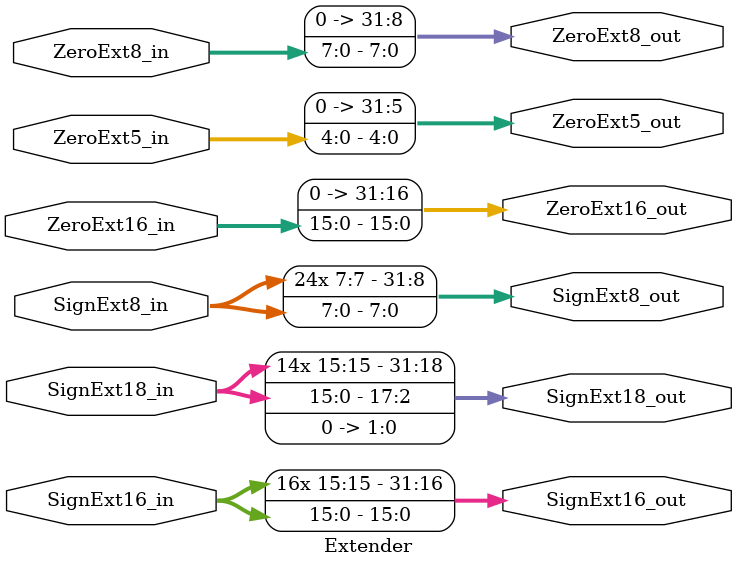
<source format=v>
module Extender(
	input [15:0]SignExt16_in,
	input [15:0]ZeroExt16_in,
	input [15:0]SignExt18_in,
	input [7:0]SignExt8_in,
	input [7:0]ZeroExt8_in,
	input [4:0]ZeroExt5_in,
	output [31:0]SignExt16_out,
	output [31:0]ZeroExt16_out,
	output [31:0]SignExt18_out,
	output [31:0]SignExt8_out,
	output [31:0]ZeroExt8_out,
	output [31:0]ZeroExt5_out
);
	assign SignExt16_out = {{16{SignExt16_in[15]}}, SignExt16_in};
	assign ZeroExt16_out = {16'b0, ZeroExt16_in};
	assign SignExt18_out = {{14{SignExt18_in[15]}}, SignExt18_in, 2'b0};
	assign SignExt8_out = {{24{SignExt8_in[7]}}, SignExt8_in};
	assign ZeroExt8_out = {24'b0, ZeroExt8_in};
	assign ZeroExt5_out = {27'b0, ZeroExt5_in};
endmodule
</source>
